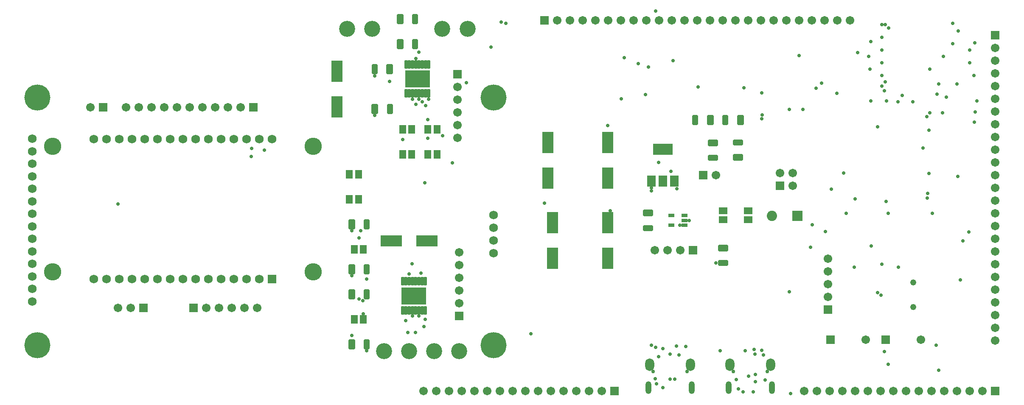
<source format=gbr>
G04*
G04 #@! TF.GenerationSoftware,Altium Limited,Altium Designer,23.1.1 (15)*
G04*
G04 Layer_Color=16711935*
%FSLAX44Y44*%
%MOMM*%
G71*
G04*
G04 #@! TF.SameCoordinates,BB96B4BC-2DDC-42E6-90C6-D32D3C2E4667*
G04*
G04*
G04 #@! TF.FilePolarity,Negative*
G04*
G01*
G75*
%ADD30R,1.3532X1.6532*%
G04:AMPARAMS|DCode=33|XSize=1.1432mm|YSize=1.9732mm|CornerRadius=0.1674mm|HoleSize=0mm|Usage=FLASHONLY|Rotation=90.000|XOffset=0mm|YOffset=0mm|HoleType=Round|Shape=RoundedRectangle|*
%AMROUNDEDRECTD33*
21,1,1.1432,1.6384,0,0,90.0*
21,1,0.8084,1.9732,0,0,90.0*
1,1,0.3348,0.8192,0.4042*
1,1,0.3348,0.8192,-0.4042*
1,1,0.3348,-0.8192,-0.4042*
1,1,0.3348,-0.8192,0.4042*
%
%ADD33ROUNDEDRECTD33*%
G04:AMPARAMS|DCode=34|XSize=1.2932mm|YSize=1.9732mm|CornerRadius=0.1779mm|HoleSize=0mm|Usage=FLASHONLY|Rotation=90.000|XOffset=0mm|YOffset=0mm|HoleType=Round|Shape=RoundedRectangle|*
%AMROUNDEDRECTD34*
21,1,1.2932,1.6174,0,0,90.0*
21,1,0.9374,1.9732,0,0,90.0*
1,1,0.3558,0.8087,0.4687*
1,1,0.3558,0.8087,-0.4687*
1,1,0.3558,-0.8087,-0.4687*
1,1,0.3558,-0.8087,0.4687*
%
%ADD34ROUNDEDRECTD34*%
G04:AMPARAMS|DCode=36|XSize=1.2932mm|YSize=1.9732mm|CornerRadius=0.1779mm|HoleSize=0mm|Usage=FLASHONLY|Rotation=180.000|XOffset=0mm|YOffset=0mm|HoleType=Round|Shape=RoundedRectangle|*
%AMROUNDEDRECTD36*
21,1,1.2932,1.6174,0,0,180.0*
21,1,0.9374,1.9732,0,0,180.0*
1,1,0.3558,-0.4687,0.8087*
1,1,0.3558,0.4687,0.8087*
1,1,0.3558,0.4687,-0.8087*
1,1,0.3558,-0.4687,-0.8087*
%
%ADD36ROUNDEDRECTD36*%
G04:AMPARAMS|DCode=37|XSize=1.1432mm|YSize=1.9732mm|CornerRadius=0.1674mm|HoleSize=0mm|Usage=FLASHONLY|Rotation=180.000|XOffset=0mm|YOffset=0mm|HoleType=Round|Shape=RoundedRectangle|*
%AMROUNDEDRECTD37*
21,1,1.1432,1.6384,0,0,180.0*
21,1,0.8084,1.9732,0,0,180.0*
1,1,0.3348,-0.4042,0.8192*
1,1,0.3348,0.4042,0.8192*
1,1,0.3348,0.4042,-0.8192*
1,1,0.3348,-0.4042,-0.8192*
%
%ADD37ROUNDEDRECTD37*%
%ADD38C,1.7032*%
%ADD39R,1.7032X1.7032*%
%ADD40C,3.2032*%
%ADD41C,0.3000*%
%ADD42C,1.7272*%
%ADD43C,5.2032*%
%ADD44C,1.2332*%
%ADD45R,1.7032X1.7032*%
%ADD46C,0.7532*%
%ADD47O,1.2032X2.5032*%
%ADD48O,1.8032X2.5032*%
%ADD49R,1.7332X1.7332*%
%ADD50C,1.7332*%
%ADD51C,3.4532*%
%ADD52C,2.0532*%
%ADD53R,2.0532X2.0532*%
%ADD54C,0.7032*%
%ADD73R,5.0000X3.4000*%
%ADD79R,4.2032X2.2032*%
G04:AMPARAMS|DCode=80|XSize=1.7032mm|YSize=0.6532mm|CornerRadius=0.1579mm|HoleSize=0mm|Usage=FLASHONLY|Rotation=90.000|XOffset=0mm|YOffset=0mm|HoleType=Round|Shape=RoundedRectangle|*
%AMROUNDEDRECTD80*
21,1,1.7032,0.3375,0,0,90.0*
21,1,1.3875,0.6532,0,0,90.0*
1,1,0.3157,0.1688,0.6938*
1,1,0.3157,0.1688,-0.6938*
1,1,0.3157,-0.1688,-0.6938*
1,1,0.3157,-0.1688,0.6938*
%
%ADD80ROUNDEDRECTD80*%
%ADD81R,2.2032X4.2032*%
%ADD82R,1.6532X1.3532*%
%ADD83R,4.0032X2.2032*%
%ADD84R,1.7032X2.2032*%
%ADD85R,1.3032X0.8032*%
D30*
X691290Y172810D02*
D03*
X709290D02*
D03*
X681290Y462810D02*
D03*
X699290D02*
D03*
X691290Y312810D02*
D03*
X709290D02*
D03*
X681290Y412810D02*
D03*
X699290D02*
D03*
X787790Y552790D02*
D03*
X805789D02*
D03*
X837790Y502790D02*
D03*
X855789D02*
D03*
X787790D02*
D03*
X805789D02*
D03*
X837790Y552789D02*
D03*
X855789D02*
D03*
D33*
X1426790Y285390D02*
D03*
X1276790Y355390D02*
D03*
X1406790Y495390D02*
D03*
X1456790Y526190D02*
D03*
D34*
X1426790Y315441D02*
D03*
X1276790Y385440D02*
D03*
X1406790Y525440D02*
D03*
X1456790Y496140D02*
D03*
D36*
X685640Y122810D02*
D03*
Y272810D02*
D03*
Y362810D02*
D03*
Y222810D02*
D03*
X782140Y772790D02*
D03*
Y722790D02*
D03*
X761440Y672790D02*
D03*
X732140Y592790D02*
D03*
X1401440Y570790D02*
D03*
X1461440Y570790D02*
D03*
D37*
X715690Y122810D02*
D03*
Y272810D02*
D03*
Y362810D02*
D03*
Y222810D02*
D03*
X812190Y772790D02*
D03*
Y722790D02*
D03*
X731389Y672790D02*
D03*
X762190Y592790D02*
D03*
X1371390Y570790D02*
D03*
X1431390Y570790D02*
D03*
D38*
X900000Y307000D02*
D03*
Y281600D02*
D03*
Y256200D02*
D03*
Y230800D02*
D03*
Y205400D02*
D03*
X896790Y535790D02*
D03*
Y561190D02*
D03*
Y586590D02*
D03*
Y611990D02*
D03*
Y637390D02*
D03*
X164600Y596240D02*
D03*
X219200Y196240D02*
D03*
X244600D02*
D03*
X497000Y196240D02*
D03*
X471600D02*
D03*
X446200D02*
D03*
X420800D02*
D03*
X395400D02*
D03*
X1095400Y770000D02*
D03*
X1120800D02*
D03*
X1146200D02*
D03*
X1171600D02*
D03*
X1197000D02*
D03*
X1222400D02*
D03*
X1247800D02*
D03*
X1273200D02*
D03*
X1298600D02*
D03*
X1324000D02*
D03*
X1349400D02*
D03*
X1374800D02*
D03*
X1400200D02*
D03*
X1425600D02*
D03*
X1451000D02*
D03*
X1476400D02*
D03*
X1501800D02*
D03*
X1527200D02*
D03*
X1552600D02*
D03*
X1578000D02*
D03*
X1603400D02*
D03*
X1628800D02*
D03*
X1654200D02*
D03*
X1679600D02*
D03*
X1970000Y714600D02*
D03*
Y689200D02*
D03*
Y663800D02*
D03*
Y638400D02*
D03*
Y613000D02*
D03*
Y587600D02*
D03*
Y562200D02*
D03*
Y536800D02*
D03*
Y511400D02*
D03*
Y486000D02*
D03*
Y460600D02*
D03*
Y435200D02*
D03*
Y409800D02*
D03*
Y384400D02*
D03*
Y359000D02*
D03*
Y333600D02*
D03*
Y308200D02*
D03*
Y282800D02*
D03*
Y257400D02*
D03*
Y232000D02*
D03*
Y206600D02*
D03*
Y181200D02*
D03*
Y155800D02*
D03*
Y130400D02*
D03*
X1290590Y310790D02*
D03*
X1315990D02*
D03*
X1341390D02*
D03*
X1944600Y30000D02*
D03*
X1919200D02*
D03*
X1893800D02*
D03*
X1868400D02*
D03*
X1843000D02*
D03*
X1817600D02*
D03*
X1792200D02*
D03*
X1766800D02*
D03*
X1741400D02*
D03*
X1716000D02*
D03*
X1690600D02*
D03*
X1665200D02*
D03*
X1639800D02*
D03*
X1614400D02*
D03*
X1589000D02*
D03*
X1821740Y132480D02*
D03*
X829000Y30000D02*
D03*
X854400D02*
D03*
X879800D02*
D03*
X905200D02*
D03*
X930600D02*
D03*
X956000D02*
D03*
X981400D02*
D03*
X1006800D02*
D03*
X1032200D02*
D03*
X1057600D02*
D03*
X1083000D02*
D03*
X1108400D02*
D03*
X1133800D02*
D03*
X1159200D02*
D03*
X1184600D02*
D03*
X1636240Y217880D02*
D03*
Y243280D02*
D03*
Y268680D02*
D03*
Y294080D02*
D03*
X1711741Y132480D02*
D03*
X464599Y596240D02*
D03*
X439199D02*
D03*
X413800D02*
D03*
X388400D02*
D03*
X362999D02*
D03*
X337599D02*
D03*
X312199D02*
D03*
X286800D02*
D03*
X261399D02*
D03*
X236000D02*
D03*
X1412190Y460790D02*
D03*
X1565400Y440000D02*
D03*
X1540000Y465400D02*
D03*
X1565400D02*
D03*
D39*
X900000Y180000D02*
D03*
X896790Y662790D02*
D03*
X1970000Y740000D02*
D03*
X1636240Y192480D02*
D03*
X1540000Y440000D02*
D03*
D40*
X800000Y110000D02*
D03*
X750000D02*
D03*
X850000D02*
D03*
X900000D02*
D03*
X726789Y752790D02*
D03*
X866789D02*
D03*
X916790Y752790D02*
D03*
X676790D02*
D03*
D41*
X828000Y210000D02*
D03*
Y220000D02*
D03*
Y230000D02*
D03*
X816000Y210000D02*
D03*
Y220000D02*
D03*
Y230000D02*
D03*
X804000Y210000D02*
D03*
Y220000D02*
D03*
Y230000D02*
D03*
X792000Y210000D02*
D03*
Y220000D02*
D03*
Y230000D02*
D03*
X834864Y643034D02*
D03*
Y653034D02*
D03*
Y663035D02*
D03*
X822864Y643034D02*
D03*
Y653034D02*
D03*
Y663035D02*
D03*
X810864Y643034D02*
D03*
Y653034D02*
D03*
Y663035D02*
D03*
X798864Y643034D02*
D03*
Y653034D02*
D03*
Y663035D02*
D03*
D42*
X968810Y381410D02*
D03*
Y305210D02*
D03*
Y330610D02*
D03*
Y356010D02*
D03*
X48810Y508810D02*
D03*
Y483810D02*
D03*
Y458810D02*
D03*
Y433810D02*
D03*
Y408810D02*
D03*
Y383810D02*
D03*
Y358810D02*
D03*
Y333810D02*
D03*
Y308810D02*
D03*
Y283810D02*
D03*
Y258810D02*
D03*
Y233810D02*
D03*
Y208810D02*
D03*
Y533809D02*
D03*
D43*
X968810Y121210D02*
D03*
X58810D02*
D03*
Y616210D02*
D03*
X968810D02*
D03*
D44*
X1806240Y246880D02*
D03*
Y198080D02*
D03*
D45*
X190000Y596240D02*
D03*
X270000Y196240D02*
D03*
X370000Y196240D02*
D03*
X1070000Y770000D02*
D03*
X1366790Y310790D02*
D03*
X1970000Y30000D02*
D03*
X1750740Y132480D02*
D03*
X1210000Y30000D02*
D03*
X1640740Y132480D02*
D03*
X490000Y596240D02*
D03*
X1386790Y460790D02*
D03*
D46*
X1447110Y68821D02*
D03*
X1515110D02*
D03*
X1355110D02*
D03*
X1287109D02*
D03*
D47*
X1437911Y36821D02*
D03*
X1524310D02*
D03*
X1364310D02*
D03*
X1277911D02*
D03*
D48*
X1440511Y82323D02*
D03*
X1521711D02*
D03*
X1361711D02*
D03*
X1280511D02*
D03*
D49*
X527090Y253280D02*
D03*
D50*
X501690D02*
D03*
X476290D02*
D03*
X450890D02*
D03*
X425490D02*
D03*
X400090D02*
D03*
X374690D02*
D03*
X349290D02*
D03*
X323890D02*
D03*
X298490D02*
D03*
X273090D02*
D03*
X247690D02*
D03*
X222290D02*
D03*
X196890D02*
D03*
X171490D02*
D03*
Y533280D02*
D03*
X196890D02*
D03*
X222290D02*
D03*
X247690D02*
D03*
X273090D02*
D03*
X298490D02*
D03*
X323890D02*
D03*
X349290D02*
D03*
X374690D02*
D03*
X400090D02*
D03*
X425490D02*
D03*
X450890D02*
D03*
X476290D02*
D03*
X501690D02*
D03*
X527090D02*
D03*
D51*
X89290Y268280D02*
D03*
X609290D02*
D03*
Y518280D02*
D03*
X89290D02*
D03*
D52*
X1524600Y380000D02*
D03*
D53*
X1575400D02*
D03*
D54*
X805942Y283718D02*
D03*
X800060Y263959D02*
D03*
X823722Y265430D02*
D03*
X806834Y179832D02*
D03*
X830202Y158750D02*
D03*
X832742Y173228D02*
D03*
X793626Y170434D02*
D03*
X797690Y146812D02*
D03*
X819750Y179832D02*
D03*
X813250Y146750D02*
D03*
X700662Y213360D02*
D03*
X709290Y184150D02*
D03*
X700662Y335280D02*
D03*
X703456Y350012D02*
D03*
X685640Y350266D02*
D03*
X707774Y210312D02*
D03*
X715690Y110236D02*
D03*
Y253958D02*
D03*
X685640Y260096D02*
D03*
Y141260D02*
D03*
X837410Y571726D02*
D03*
X867410Y539710D02*
D03*
X486156Y514350D02*
D03*
X511556Y511302D02*
D03*
X1043178Y144526D02*
D03*
X1558798Y228092D02*
D03*
X1630680Y348488D02*
D03*
X1930146Y586740D02*
D03*
X1928368Y566420D02*
D03*
X1917192Y347218D02*
D03*
X1722374Y319746D02*
D03*
X1642872Y433324D02*
D03*
X1605026Y361696D02*
D03*
X1905508Y329692D02*
D03*
X485016Y498602D02*
D03*
X1750190Y761492D02*
D03*
X1734950Y557784D02*
D03*
X1070232Y405130D02*
D03*
X1853809Y622300D02*
D03*
X1330074Y53848D02*
D03*
X1900558Y251460D02*
D03*
X1743402Y283464D02*
D03*
X1320676Y54102D02*
D03*
X1320795Y103632D02*
D03*
X1690246Y413766D02*
D03*
X1196789Y560005D02*
D03*
X1334900Y433801D02*
D03*
X1835210Y424180D02*
D03*
X1933163Y608999D02*
D03*
X1885157Y764032D02*
D03*
X1653924Y624332D02*
D03*
X1752476Y609560D02*
D03*
X1743840Y659799D02*
D03*
X1278258Y677164D02*
D03*
X1833502Y578104D02*
D03*
X1503810Y573278D02*
D03*
X1504826Y581406D02*
D03*
X1864450Y585216D02*
D03*
X1844170Y384400D02*
D03*
X1893065Y643036D02*
D03*
X1352680Y119126D02*
D03*
X1927062Y659799D02*
D03*
X219107Y403098D02*
D03*
X1918846Y685200D02*
D03*
X1895224Y458724D02*
D03*
X1322962Y468630D02*
D03*
X1340488Y361290D02*
D03*
X1742062Y221488D02*
D03*
X1776190Y276930D02*
D03*
X1294006Y44704D02*
D03*
X1284100Y121666D02*
D03*
X1298578Y98298D02*
D03*
X1871856Y616874D02*
D03*
X1586360Y592582D02*
D03*
X1601346Y317246D02*
D03*
X1866014Y697899D02*
D03*
X1885318Y723299D02*
D03*
X1837820Y550926D02*
D03*
Y464625D02*
D03*
X1834010Y415290D02*
D03*
X1929006Y725170D02*
D03*
X1743840Y710692D02*
D03*
X1376810Y637286D02*
D03*
X1717263Y697899D02*
D03*
X1695326Y705358D02*
D03*
X1271654Y621538D02*
D03*
X1857124Y642620D02*
D03*
X1291894Y788390D02*
D03*
X1839050Y585216D02*
D03*
X833114Y599466D02*
D03*
X826614Y607568D02*
D03*
X820114Y706114D02*
D03*
X1412190Y285390D02*
D03*
X1468504Y635722D02*
D03*
X1783932Y620014D02*
D03*
X761440Y647954D02*
D03*
X1805054Y607822D02*
D03*
X1559182Y592328D02*
D03*
X1283789Y435513D02*
D03*
X1748920Y108712D02*
D03*
X1490602Y103632D02*
D03*
X1487300Y28448D02*
D03*
X1466472D02*
D03*
X1503810Y111506D02*
D03*
X1561722Y24892D02*
D03*
X1488924Y113431D02*
D03*
X1507366Y101600D02*
D03*
X1756540Y83058D02*
D03*
X1490856Y48514D02*
D03*
X1477359Y59690D02*
D03*
X1491424Y62738D02*
D03*
X1453264Y52578D02*
D03*
X831472Y445516D02*
D03*
X1851536Y121412D02*
D03*
X1735204Y226130D02*
D03*
X1752044Y408762D02*
D03*
X886557Y485209D02*
D03*
X837790Y534456D02*
D03*
X1756610Y384880D02*
D03*
X1672740Y384810D02*
D03*
X1622936Y644398D02*
D03*
X1306732Y114554D02*
D03*
X1338710Y101974D02*
D03*
X1333630Y119888D02*
D03*
X1775590Y607782D02*
D03*
X1503556Y625602D02*
D03*
X1223902Y613410D02*
D03*
X1721234Y608838D02*
D03*
X1297816Y486664D02*
D03*
X1201296Y390144D02*
D03*
X1748412Y629827D02*
D03*
X1229236Y695706D02*
D03*
X1743840Y638556D02*
D03*
X1611908Y634492D02*
D03*
X983872Y766318D02*
D03*
X1578000Y699516D02*
D03*
X914276Y645304D02*
D03*
X787790Y532384D02*
D03*
X807114Y612648D02*
D03*
X813692Y602742D02*
D03*
X1918846Y710600D02*
D03*
X1750190Y647100D02*
D03*
X1257684Y683514D02*
D03*
X1743840Y685200D02*
D03*
X1721234Y727456D02*
D03*
X1757302Y755142D02*
D03*
X1896240Y748699D02*
D03*
X1825431Y514880D02*
D03*
X1510668Y51816D02*
D03*
X1457074Y34384D02*
D03*
X1291825Y116840D02*
D03*
X1471044Y110236D02*
D03*
X1420752D02*
D03*
X963410Y717042D02*
D03*
X1291264Y54610D02*
D03*
X1306706Y37084D02*
D03*
X1857124Y71374D02*
D03*
X1283789Y429711D02*
D03*
X993460Y763990D02*
D03*
X1839182Y672499D02*
D03*
X1719710D02*
D03*
X1326772Y689356D02*
D03*
X813692Y693420D02*
D03*
X1667240Y465400D02*
D03*
X1743840Y736092D02*
D03*
X839614Y612648D02*
D03*
X820042D02*
D03*
X1743840Y761492D02*
D03*
X1359030Y370790D02*
D03*
X1688468Y276930D02*
D03*
X732158Y580136D02*
D03*
Y659377D02*
D03*
D73*
X810000Y220000D02*
D03*
X816864Y653034D02*
D03*
D79*
X764500Y330000D02*
D03*
X835500D02*
D03*
D80*
X832750Y191000D02*
D03*
X826250D02*
D03*
X819750D02*
D03*
X813250D02*
D03*
X806750D02*
D03*
X800250D02*
D03*
X793750D02*
D03*
X787250D02*
D03*
Y249000D02*
D03*
X793750D02*
D03*
X800250D02*
D03*
X806750D02*
D03*
X813250D02*
D03*
X819750D02*
D03*
X826250D02*
D03*
X832750D02*
D03*
X794114Y624034D02*
D03*
X800614D02*
D03*
X807114D02*
D03*
X813614D02*
D03*
X820114D02*
D03*
X826614D02*
D03*
X833114D02*
D03*
X839614D02*
D03*
Y682034D02*
D03*
X833114D02*
D03*
X826614D02*
D03*
X820114D02*
D03*
X813614D02*
D03*
X807114D02*
D03*
X800614D02*
D03*
X794114D02*
D03*
D81*
X656790Y597290D02*
D03*
Y668290D02*
D03*
X1086790Y366290D02*
D03*
Y295290D02*
D03*
X1196789Y366290D02*
D03*
Y295290D02*
D03*
X1076790Y526290D02*
D03*
Y455290D02*
D03*
X1196789Y526290D02*
D03*
Y455290D02*
D03*
D82*
X1426790Y371790D02*
D03*
Y389790D02*
D03*
X1476790Y371790D02*
D03*
Y389790D02*
D03*
D83*
X1306789Y512290D02*
D03*
D84*
X1283789Y449290D02*
D03*
X1306789D02*
D03*
X1329789D02*
D03*
D85*
X1323790Y380290D02*
D03*
Y361290D02*
D03*
X1349790D02*
D03*
Y370790D02*
D03*
Y380290D02*
D03*
M02*

</source>
